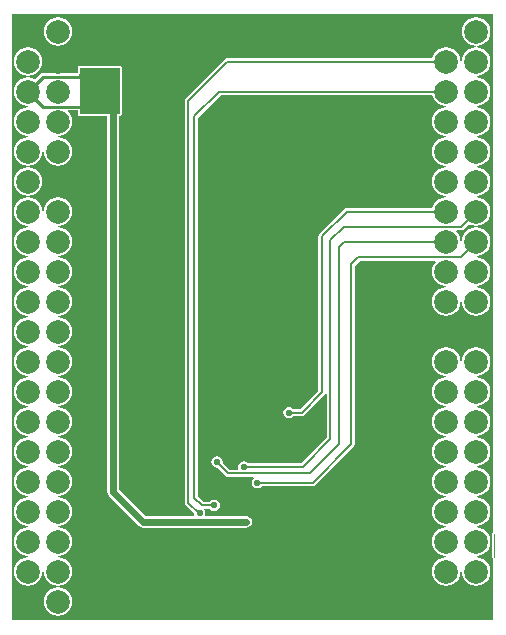
<source format=gtl>
%FSLAX25Y25*%
%MOIN*%
G70*
G01*
G75*
G04 Layer_Physical_Order=1*
G04 Layer_Color=255*
%ADD10C,0.02362*%
%ADD11C,0.01000*%
%ADD12C,0.00787*%
%ADD13C,0.00039*%
%ADD14C,0.07874*%
%ADD15C,0.02165*%
G36*
X160900Y30055D02*
X160740Y29815D01*
X160677Y29500D01*
Y22000D01*
X160740Y21685D01*
X160900Y21445D01*
Y900D01*
X700D01*
Y202700D01*
X160900D01*
Y30055D01*
D02*
G37*
%LPC*%
G36*
X155400Y91765D02*
X154167Y91603D01*
X153017Y91127D01*
X152031Y90369D01*
X151273Y89383D01*
X150797Y88233D01*
X150650Y87115D01*
X150650D01*
X150250D01*
X150137Y87214D01*
X150003Y88233D01*
X149527Y89383D01*
X148769Y90369D01*
X147783Y91127D01*
X146633Y91603D01*
X145400Y91765D01*
X144167Y91603D01*
X143017Y91127D01*
X142031Y90369D01*
X141273Y89383D01*
X140797Y88233D01*
X140635Y87000D01*
X140797Y85767D01*
X141273Y84617D01*
X142031Y83631D01*
X143017Y82873D01*
X144167Y82397D01*
X145150Y82268D01*
X145150D01*
X145285Y82250D01*
Y81750D01*
X144167Y81603D01*
X143017Y81127D01*
X142031Y80370D01*
X141273Y79383D01*
X140797Y78233D01*
X140635Y77000D01*
X140797Y75767D01*
X141273Y74617D01*
X142031Y73630D01*
X143017Y72873D01*
X144167Y72397D01*
X145150Y72268D01*
X145150D01*
X145285Y72250D01*
Y71750D01*
X144167Y71603D01*
X143017Y71127D01*
X142031Y70369D01*
X141273Y69383D01*
X140797Y68233D01*
X140635Y67000D01*
X140797Y65767D01*
X141273Y64617D01*
X142031Y63630D01*
X143017Y62873D01*
X144167Y62397D01*
X145150Y62268D01*
X145150D01*
X145285Y62250D01*
Y61750D01*
X144167Y61603D01*
X143017Y61127D01*
X142031Y60369D01*
X141273Y59383D01*
X140797Y58233D01*
X140635Y57000D01*
X140797Y55767D01*
X141273Y54617D01*
X142031Y53631D01*
X143017Y52873D01*
X144167Y52397D01*
X145150Y52268D01*
X145150D01*
X145285Y52250D01*
Y51750D01*
X144167Y51603D01*
X143017Y51127D01*
X142031Y50370D01*
X141273Y49383D01*
X140797Y48233D01*
X140635Y47000D01*
X140797Y45767D01*
X141273Y44617D01*
X142031Y43630D01*
X143017Y42873D01*
X144167Y42397D01*
X145150Y42268D01*
X145150D01*
X145285Y42250D01*
Y41750D01*
X144167Y41603D01*
X143017Y41127D01*
X142031Y40369D01*
X141273Y39383D01*
X140797Y38233D01*
X140635Y37000D01*
X140797Y35767D01*
X141273Y34617D01*
X142031Y33630D01*
X143017Y32873D01*
X144167Y32397D01*
X145150Y32268D01*
X145150D01*
X145285Y32250D01*
Y31750D01*
X144167Y31603D01*
X143017Y31127D01*
X142031Y30369D01*
X141273Y29383D01*
X140797Y28233D01*
X140635Y27000D01*
X140797Y25767D01*
X141273Y24617D01*
X142031Y23630D01*
X143017Y22873D01*
X144167Y22397D01*
X145150Y22268D01*
X145150D01*
X145285Y22250D01*
Y21750D01*
X144167Y21603D01*
X143017Y21127D01*
X142031Y20369D01*
X141273Y19383D01*
X140797Y18233D01*
X140635Y17000D01*
X140797Y15767D01*
X141273Y14617D01*
X142031Y13631D01*
X143017Y12873D01*
X144167Y12397D01*
X145400Y12235D01*
X146633Y12397D01*
X147783Y12873D01*
X148769Y13631D01*
X149527Y14617D01*
X150003Y15767D01*
X150150Y16885D01*
X150650D01*
X150797Y15767D01*
X151273Y14617D01*
X152031Y13631D01*
X153017Y12873D01*
X154167Y12397D01*
X155400Y12235D01*
X156633Y12397D01*
X157783Y12873D01*
X158770Y13631D01*
X159527Y14617D01*
X160003Y15767D01*
X160165Y17000D01*
X160003Y18233D01*
X159527Y19383D01*
X158770Y20369D01*
X157783Y21127D01*
X156633Y21603D01*
X155515Y21750D01*
Y22250D01*
X155650Y22268D01*
X155650D01*
X156633Y22397D01*
X157783Y22873D01*
X158770Y23630D01*
X159527Y24617D01*
X160003Y25767D01*
X160165Y27000D01*
X160003Y28233D01*
X159527Y29383D01*
X158770Y30369D01*
X157783Y31127D01*
X156633Y31603D01*
X155515Y31750D01*
Y32250D01*
X155650Y32268D01*
X155650D01*
X156633Y32397D01*
X157783Y32873D01*
X158770Y33630D01*
X159527Y34617D01*
X160003Y35767D01*
X160165Y37000D01*
X160003Y38233D01*
X159527Y39383D01*
X158770Y40369D01*
X157783Y41127D01*
X156633Y41603D01*
X155515Y41750D01*
Y42250D01*
X155650Y42268D01*
X155650D01*
X156633Y42397D01*
X157783Y42873D01*
X158770Y43630D01*
X159527Y44617D01*
X160003Y45767D01*
X160165Y47000D01*
X160003Y48233D01*
X159527Y49383D01*
X158770Y50370D01*
X157783Y51127D01*
X156633Y51603D01*
X155515Y51750D01*
Y52250D01*
X155650Y52268D01*
X155650D01*
X156633Y52397D01*
X157783Y52873D01*
X158770Y53631D01*
X159527Y54617D01*
X160003Y55767D01*
X160165Y57000D01*
X160003Y58233D01*
X159527Y59383D01*
X158770Y60369D01*
X157783Y61127D01*
X156633Y61603D01*
X155515Y61750D01*
Y62250D01*
X155650Y62268D01*
X155650D01*
X156633Y62397D01*
X157783Y62873D01*
X158770Y63630D01*
X159527Y64617D01*
X160003Y65767D01*
X160165Y67000D01*
X160003Y68233D01*
X159527Y69383D01*
X158770Y70369D01*
X157783Y71127D01*
X156633Y71603D01*
X155515Y71750D01*
Y72250D01*
X155650Y72268D01*
X155650D01*
X156633Y72397D01*
X157783Y72873D01*
X158770Y73630D01*
X159527Y74617D01*
X160003Y75767D01*
X160165Y77000D01*
X160003Y78233D01*
X159527Y79383D01*
X158770Y80370D01*
X157783Y81127D01*
X156633Y81603D01*
X155515Y81750D01*
Y82250D01*
X155650Y82268D01*
X155650D01*
X156633Y82397D01*
X157783Y82873D01*
X158770Y83631D01*
X159527Y84617D01*
X160003Y85767D01*
X160165Y87000D01*
X160003Y88233D01*
X159527Y89383D01*
X158770Y90369D01*
X157783Y91127D01*
X156633Y91603D01*
X155400Y91765D01*
D02*
G37*
G36*
X6000Y191765D02*
X4767Y191603D01*
X3617Y191127D01*
X2630Y190369D01*
X1873Y189383D01*
X1397Y188233D01*
X1235Y187000D01*
X1397Y185767D01*
X1873Y184617D01*
X2630Y183631D01*
X3617Y182873D01*
X4767Y182397D01*
X6000Y182235D01*
X7233Y182397D01*
X8383Y182873D01*
X9369Y183631D01*
X10127Y184617D01*
X10603Y185767D01*
X10765Y187000D01*
X10603Y188233D01*
X10127Y189383D01*
X9369Y190369D01*
X8383Y191127D01*
X7233Y191603D01*
X6000Y191765D01*
D02*
G37*
G36*
X16000Y201765D02*
X14767Y201603D01*
X13617Y201127D01*
X12630Y200370D01*
X11873Y199383D01*
X11397Y198233D01*
X11235Y197000D01*
X11397Y195767D01*
X11873Y194617D01*
X12630Y193631D01*
X13617Y192873D01*
X14767Y192397D01*
X16000Y192235D01*
X17233Y192397D01*
X18383Y192873D01*
X19369Y193631D01*
X20127Y194617D01*
X20603Y195767D01*
X20765Y197000D01*
X20603Y198233D01*
X20127Y199383D01*
X19369Y200370D01*
X18383Y201127D01*
X17233Y201603D01*
X16000Y201765D01*
D02*
G37*
G36*
X155400D02*
X154167Y201603D01*
X153017Y201127D01*
X152031Y200370D01*
X151273Y199383D01*
X150797Y198233D01*
X150635Y197000D01*
X150797Y195767D01*
X151273Y194617D01*
X152031Y193631D01*
X153017Y192873D01*
X154167Y192397D01*
X155285Y192250D01*
Y191750D01*
X154167Y191603D01*
X153017Y191127D01*
X152031Y190369D01*
X151273Y189383D01*
X150797Y188233D01*
X150650Y187115D01*
X150650D01*
X150250D01*
X150137Y187214D01*
X150003Y188233D01*
X149527Y189383D01*
X148769Y190369D01*
X147783Y191127D01*
X146633Y191603D01*
X145400Y191765D01*
X144167Y191603D01*
X143017Y191127D01*
X142031Y190369D01*
X141273Y189383D01*
X140797Y188233D01*
X140793Y188204D01*
X72400D01*
X72400Y188204D01*
X71939Y188113D01*
X71548Y187852D01*
X71548Y187852D01*
X58548Y174852D01*
X58287Y174461D01*
X58196Y174000D01*
X58196Y174000D01*
Y40000D01*
X58196Y40000D01*
X58287Y39539D01*
X58548Y39149D01*
X61317Y36380D01*
X61394Y35994D01*
X61077Y35607D01*
X45231D01*
X36407Y44431D01*
Y168797D01*
X36600D01*
X36907Y168858D01*
X37168Y169032D01*
X37342Y169293D01*
X37403Y169600D01*
Y184800D01*
X37342Y185107D01*
X37168Y185368D01*
X36907Y185542D01*
X36600Y185603D01*
X23400D01*
X23093Y185542D01*
X22832Y185368D01*
X22658Y185107D01*
X22597Y184800D01*
Y183479D01*
X22552Y183448D01*
X22394Y183213D01*
X10900D01*
X10398Y183113D01*
X10227Y182999D01*
X9972Y182828D01*
X8303Y181160D01*
X7233Y181603D01*
X6000Y181765D01*
X4767Y181603D01*
X3617Y181127D01*
X2630Y180369D01*
X1873Y179383D01*
X1397Y178233D01*
X1235Y177000D01*
X1397Y175767D01*
X1873Y174617D01*
X2630Y173630D01*
X3617Y172873D01*
X4767Y172397D01*
X5750Y172268D01*
X5750D01*
X5885Y172250D01*
Y171750D01*
X4767Y171603D01*
X3617Y171127D01*
X2630Y170370D01*
X1873Y169383D01*
X1397Y168233D01*
X1235Y167000D01*
X1397Y165767D01*
X1873Y164617D01*
X2630Y163630D01*
X3617Y162873D01*
X4767Y162397D01*
X5750Y162268D01*
X5750D01*
X5885Y162250D01*
Y161750D01*
X4767Y161603D01*
X3617Y161127D01*
X2630Y160370D01*
X1873Y159383D01*
X1397Y158233D01*
X1235Y157000D01*
X1397Y155767D01*
X1873Y154617D01*
X2630Y153630D01*
X3617Y152873D01*
X4767Y152397D01*
X5885Y152250D01*
Y151750D01*
X4767Y151603D01*
X3617Y151127D01*
X2630Y150370D01*
X1873Y149383D01*
X1397Y148233D01*
X1235Y147000D01*
X1397Y145767D01*
X1873Y144617D01*
X2630Y143631D01*
X3617Y142873D01*
X4767Y142397D01*
X5885Y142250D01*
Y141750D01*
X4767Y141603D01*
X3617Y141127D01*
X2630Y140369D01*
X1873Y139383D01*
X1397Y138233D01*
X1235Y137000D01*
X1397Y135767D01*
X1873Y134617D01*
X2630Y133631D01*
X3617Y132873D01*
X4767Y132397D01*
X5750Y132268D01*
X5750D01*
X5885Y132250D01*
Y131750D01*
X4767Y131603D01*
X3617Y131127D01*
X2630Y130369D01*
X1873Y129383D01*
X1397Y128233D01*
X1235Y127000D01*
X1397Y125767D01*
X1873Y124617D01*
X2630Y123630D01*
X3617Y122873D01*
X4767Y122397D01*
X5750Y122268D01*
X5750D01*
X5885Y122250D01*
Y121750D01*
X4767Y121603D01*
X3617Y121127D01*
X2630Y120370D01*
X1873Y119383D01*
X1397Y118233D01*
X1235Y117000D01*
X1397Y115767D01*
X1873Y114617D01*
X2630Y113630D01*
X3617Y112873D01*
X4767Y112397D01*
X5750Y112268D01*
X5750D01*
X5885Y112250D01*
Y111750D01*
X4767Y111603D01*
X3617Y111127D01*
X2630Y110370D01*
X1873Y109383D01*
X1397Y108233D01*
X1235Y107000D01*
X1397Y105767D01*
X1873Y104617D01*
X2630Y103630D01*
X3617Y102873D01*
X4767Y102397D01*
X5750Y102268D01*
X5750D01*
X5885Y102250D01*
Y101750D01*
X4767Y101603D01*
X3617Y101127D01*
X2630Y100370D01*
X1873Y99383D01*
X1397Y98233D01*
X1235Y97000D01*
X1397Y95767D01*
X1873Y94617D01*
X2630Y93630D01*
X3617Y92873D01*
X4767Y92397D01*
X5750Y92268D01*
X5750D01*
X5885Y92250D01*
Y91750D01*
X4767Y91603D01*
X3617Y91127D01*
X2630Y90369D01*
X1873Y89383D01*
X1397Y88233D01*
X1235Y87000D01*
X1397Y85767D01*
X1873Y84617D01*
X2630Y83631D01*
X3617Y82873D01*
X4767Y82397D01*
X5750Y82268D01*
X5750D01*
X5885Y82250D01*
Y81750D01*
X4767Y81603D01*
X3617Y81127D01*
X2630Y80370D01*
X1873Y79383D01*
X1397Y78233D01*
X1235Y77000D01*
X1397Y75767D01*
X1873Y74617D01*
X2630Y73630D01*
X3617Y72873D01*
X4767Y72397D01*
X5750Y72268D01*
X5750D01*
X5885Y72250D01*
Y71750D01*
X4767Y71603D01*
X3617Y71127D01*
X2630Y70369D01*
X1873Y69383D01*
X1397Y68233D01*
X1235Y67000D01*
X1397Y65767D01*
X1873Y64617D01*
X2630Y63630D01*
X3617Y62873D01*
X4767Y62397D01*
X5750Y62268D01*
X5750D01*
X5885Y62250D01*
Y61750D01*
X4767Y61603D01*
X3617Y61127D01*
X2630Y60369D01*
X1873Y59383D01*
X1397Y58233D01*
X1235Y57000D01*
X1397Y55767D01*
X1873Y54617D01*
X2630Y53631D01*
X3617Y52873D01*
X4767Y52397D01*
X5750Y52268D01*
X5750D01*
X5885Y52250D01*
Y51750D01*
X4767Y51603D01*
X3617Y51127D01*
X2630Y50370D01*
X1873Y49383D01*
X1397Y48233D01*
X1235Y47000D01*
X1397Y45767D01*
X1873Y44617D01*
X2630Y43630D01*
X3617Y42873D01*
X4767Y42397D01*
X5750Y42268D01*
X5750D01*
X5885Y42250D01*
Y41750D01*
X4767Y41603D01*
X3617Y41127D01*
X2630Y40369D01*
X1873Y39383D01*
X1397Y38233D01*
X1235Y37000D01*
X1397Y35767D01*
X1873Y34617D01*
X2630Y33630D01*
X3617Y32873D01*
X4767Y32397D01*
X5750Y32268D01*
X5750D01*
X5885Y32250D01*
Y31750D01*
X4767Y31603D01*
X3617Y31127D01*
X2630Y30369D01*
X1873Y29383D01*
X1397Y28233D01*
X1235Y27000D01*
X1397Y25767D01*
X1873Y24617D01*
X2630Y23630D01*
X3617Y22873D01*
X4767Y22397D01*
X5750Y22268D01*
X5750D01*
X5885Y22250D01*
Y21750D01*
X4767Y21603D01*
X3617Y21127D01*
X2630Y20369D01*
X1873Y19383D01*
X1397Y18233D01*
X1235Y17000D01*
X1397Y15767D01*
X1873Y14617D01*
X2630Y13631D01*
X3617Y12873D01*
X4767Y12397D01*
X6000Y12235D01*
X7233Y12397D01*
X8383Y12873D01*
X9369Y13631D01*
X10127Y14617D01*
X10603Y15767D01*
X10750Y16885D01*
X11250D01*
X11397Y15767D01*
X11873Y14617D01*
X12630Y13631D01*
X13617Y12873D01*
X14767Y12397D01*
X15885Y12250D01*
Y11750D01*
X14767Y11603D01*
X13617Y11127D01*
X12630Y10369D01*
X11873Y9383D01*
X11397Y8233D01*
X11235Y7000D01*
X11397Y5767D01*
X11873Y4617D01*
X12630Y3630D01*
X13617Y2873D01*
X14767Y2397D01*
X16000Y2235D01*
X17233Y2397D01*
X18383Y2873D01*
X19369Y3630D01*
X20127Y4617D01*
X20603Y5767D01*
X20765Y7000D01*
X20603Y8233D01*
X20127Y9383D01*
X19369Y10369D01*
X18383Y11127D01*
X17233Y11603D01*
X16115Y11750D01*
Y12250D01*
X17233Y12397D01*
X18383Y12873D01*
X19369Y13631D01*
X20127Y14617D01*
X20603Y15767D01*
X20765Y17000D01*
X20603Y18233D01*
X20127Y19383D01*
X19369Y20369D01*
X18383Y21127D01*
X17233Y21603D01*
X16115Y21750D01*
Y22250D01*
X16250Y22268D01*
X16250D01*
X17233Y22397D01*
X18383Y22873D01*
X19369Y23630D01*
X20127Y24617D01*
X20603Y25767D01*
X20765Y27000D01*
X20603Y28233D01*
X20127Y29383D01*
X19369Y30369D01*
X18383Y31127D01*
X17233Y31603D01*
X16115Y31750D01*
Y32250D01*
X16250Y32268D01*
X16250D01*
X17233Y32397D01*
X18383Y32873D01*
X19369Y33630D01*
X20127Y34617D01*
X20603Y35767D01*
X20765Y37000D01*
X20603Y38233D01*
X20127Y39383D01*
X19369Y40369D01*
X18383Y41127D01*
X17233Y41603D01*
X16115Y41750D01*
Y42250D01*
X16250Y42268D01*
X16250D01*
X17233Y42397D01*
X18383Y42873D01*
X19369Y43630D01*
X20127Y44617D01*
X20603Y45767D01*
X20765Y47000D01*
X20603Y48233D01*
X20127Y49383D01*
X19369Y50370D01*
X18383Y51127D01*
X17233Y51603D01*
X16115Y51750D01*
Y52250D01*
X16250Y52268D01*
X16250D01*
X17233Y52397D01*
X18383Y52873D01*
X19369Y53631D01*
X20127Y54617D01*
X20603Y55767D01*
X20765Y57000D01*
X20603Y58233D01*
X20127Y59383D01*
X19369Y60369D01*
X18383Y61127D01*
X17233Y61603D01*
X16115Y61750D01*
Y62250D01*
X16250Y62268D01*
X16250D01*
X17233Y62397D01*
X18383Y62873D01*
X19369Y63630D01*
X20127Y64617D01*
X20603Y65767D01*
X20765Y67000D01*
X20603Y68233D01*
X20127Y69383D01*
X19369Y70369D01*
X18383Y71127D01*
X17233Y71603D01*
X16115Y71750D01*
Y72250D01*
X16250Y72268D01*
X16250D01*
X17233Y72397D01*
X18383Y72873D01*
X19369Y73630D01*
X20127Y74617D01*
X20603Y75767D01*
X20765Y77000D01*
X20603Y78233D01*
X20127Y79383D01*
X19369Y80370D01*
X18383Y81127D01*
X17233Y81603D01*
X16115Y81750D01*
Y82250D01*
X16250Y82268D01*
X16250D01*
X17233Y82397D01*
X18383Y82873D01*
X19369Y83631D01*
X20127Y84617D01*
X20603Y85767D01*
X20765Y87000D01*
X20603Y88233D01*
X20127Y89383D01*
X19369Y90369D01*
X18383Y91127D01*
X17233Y91603D01*
X16115Y91750D01*
Y92250D01*
X16250Y92268D01*
X16250D01*
X17233Y92397D01*
X18383Y92873D01*
X19369Y93630D01*
X20127Y94617D01*
X20603Y95767D01*
X20765Y97000D01*
X20603Y98233D01*
X20127Y99383D01*
X19369Y100370D01*
X18383Y101127D01*
X17233Y101603D01*
X16115Y101750D01*
Y102250D01*
X16250Y102268D01*
X16250D01*
X17233Y102397D01*
X18383Y102873D01*
X19369Y103630D01*
X20127Y104617D01*
X20603Y105767D01*
X20765Y107000D01*
X20603Y108233D01*
X20127Y109383D01*
X19369Y110370D01*
X18383Y111127D01*
X17233Y111603D01*
X16115Y111750D01*
Y112250D01*
X16250Y112268D01*
X16250D01*
X17233Y112397D01*
X18383Y112873D01*
X19369Y113630D01*
X20127Y114617D01*
X20603Y115767D01*
X20765Y117000D01*
X20603Y118233D01*
X20127Y119383D01*
X19369Y120370D01*
X18383Y121127D01*
X17233Y121603D01*
X16115Y121750D01*
Y122250D01*
X16250Y122268D01*
X16250D01*
X17233Y122397D01*
X18383Y122873D01*
X19369Y123630D01*
X20127Y124617D01*
X20603Y125767D01*
X20765Y127000D01*
X20603Y128233D01*
X20127Y129383D01*
X19369Y130369D01*
X18383Y131127D01*
X17233Y131603D01*
X16115Y131750D01*
Y132250D01*
X16250Y132268D01*
X16250D01*
X17233Y132397D01*
X18383Y132873D01*
X19369Y133631D01*
X20127Y134617D01*
X20603Y135767D01*
X20765Y137000D01*
X20603Y138233D01*
X20127Y139383D01*
X19369Y140369D01*
X18383Y141127D01*
X17233Y141603D01*
X16000Y141765D01*
X14767Y141603D01*
X13617Y141127D01*
X12630Y140369D01*
X11873Y139383D01*
X11397Y138233D01*
X11250Y137115D01*
X11250D01*
X10850D01*
X10737Y137214D01*
X10603Y138233D01*
X10127Y139383D01*
X9369Y140369D01*
X8383Y141127D01*
X7233Y141603D01*
X6115Y141750D01*
Y142250D01*
X7233Y142397D01*
X8383Y142873D01*
X9369Y143631D01*
X10127Y144617D01*
X10603Y145767D01*
X10765Y147000D01*
X10603Y148233D01*
X10127Y149383D01*
X9369Y150370D01*
X8383Y151127D01*
X7233Y151603D01*
X6115Y151750D01*
Y152250D01*
X7233Y152397D01*
X8383Y152873D01*
X9369Y153630D01*
X10127Y154617D01*
X10603Y155767D01*
X10750Y156885D01*
X11250D01*
X11397Y155767D01*
X11873Y154617D01*
X12630Y153630D01*
X13617Y152873D01*
X14767Y152397D01*
X16000Y152235D01*
X17233Y152397D01*
X18383Y152873D01*
X19369Y153630D01*
X20127Y154617D01*
X20603Y155767D01*
X20765Y157000D01*
X20603Y158233D01*
X20127Y159383D01*
X19369Y160370D01*
X18383Y161127D01*
X17233Y161603D01*
X16115Y161750D01*
Y162250D01*
X16250Y162268D01*
X16250D01*
X17233Y162397D01*
X18383Y162873D01*
X19369Y163630D01*
X20127Y164617D01*
X20603Y165767D01*
X20765Y167000D01*
X20603Y168233D01*
X20127Y169383D01*
X19369Y170370D01*
X19477Y170687D01*
X22597D01*
Y169600D01*
X22658Y169293D01*
X22832Y169032D01*
X23093Y168858D01*
X23400Y168797D01*
X32393D01*
Y43600D01*
X32393Y43600D01*
X32393D01*
X32546Y42832D01*
X32981Y42181D01*
X42981Y32181D01*
X43632Y31746D01*
X44400Y31593D01*
X78700D01*
X79468Y31746D01*
X80119Y32181D01*
X80554Y32832D01*
X80707Y33600D01*
X80554Y34368D01*
X80119Y35019D01*
X79468Y35454D01*
X78700Y35607D01*
X65323D01*
X65006Y35994D01*
X65107Y36500D01*
X64962Y37230D01*
X64548Y37848D01*
X64563Y37896D01*
X66655D01*
X66752Y37752D01*
X67370Y37338D01*
X68100Y37193D01*
X68830Y37338D01*
X69448Y37752D01*
X69862Y38370D01*
X70007Y39100D01*
X69862Y39830D01*
X69448Y40448D01*
X68830Y40862D01*
X68100Y41007D01*
X67370Y40862D01*
X66752Y40448D01*
X66655Y40304D01*
X64499D01*
X62704Y42099D01*
Y168201D01*
X70299Y175796D01*
X140793D01*
X140797Y175767D01*
X141273Y174617D01*
X142031Y173630D01*
X143017Y172873D01*
X144167Y172397D01*
X145150Y172268D01*
X145150D01*
X145285Y172250D01*
Y171750D01*
X144167Y171603D01*
X143017Y171127D01*
X142031Y170370D01*
X141273Y169383D01*
X140797Y168233D01*
X140635Y167000D01*
X140797Y165767D01*
X141273Y164617D01*
X142031Y163630D01*
X143017Y162873D01*
X144167Y162397D01*
X145150Y162268D01*
X145150D01*
X145285Y162250D01*
Y161750D01*
X144167Y161603D01*
X143017Y161127D01*
X142031Y160370D01*
X141273Y159383D01*
X140797Y158233D01*
X140635Y157000D01*
X140797Y155767D01*
X141273Y154617D01*
X142031Y153630D01*
X143017Y152873D01*
X144167Y152397D01*
X145150Y152268D01*
X145150D01*
X145285Y152250D01*
Y151750D01*
X144167Y151603D01*
X143017Y151127D01*
X142031Y150370D01*
X141273Y149383D01*
X140797Y148233D01*
X140635Y147000D01*
X140797Y145767D01*
X141273Y144617D01*
X142031Y143631D01*
X143017Y142873D01*
X144167Y142397D01*
X145150Y142268D01*
X145150D01*
X145285Y142250D01*
Y141750D01*
X144167Y141603D01*
X143017Y141127D01*
X142031Y140369D01*
X141273Y139383D01*
X140797Y138233D01*
X140793Y138204D01*
X112200D01*
X111739Y138113D01*
X111348Y137852D01*
X103148Y129651D01*
X102887Y129261D01*
X102796Y128800D01*
X102796Y128800D01*
Y77299D01*
X96701Y71204D01*
X94445D01*
X94348Y71348D01*
X93730Y71762D01*
X93000Y71907D01*
X92270Y71762D01*
X91652Y71348D01*
X91238Y70730D01*
X91093Y70000D01*
X91238Y69270D01*
X91652Y68652D01*
X92270Y68238D01*
X93000Y68093D01*
X93730Y68238D01*
X94348Y68652D01*
X94445Y68796D01*
X97200D01*
X97200Y68796D01*
X97661Y68887D01*
X98052Y69148D01*
X104851Y75949D01*
X104851Y75949D01*
X105113Y76339D01*
X105596Y76243D01*
Y61599D01*
X97101Y53104D01*
X79344D01*
X79248Y53248D01*
X78630Y53662D01*
X77900Y53807D01*
X77170Y53662D01*
X76552Y53248D01*
X76138Y52630D01*
X75993Y51900D01*
X76114Y51291D01*
X75797Y50904D01*
X73299D01*
X70873Y53330D01*
X70907Y53500D01*
X70762Y54230D01*
X70348Y54848D01*
X69730Y55262D01*
X69000Y55407D01*
X68270Y55262D01*
X67652Y54848D01*
X67238Y54230D01*
X67093Y53500D01*
X67238Y52770D01*
X67652Y52152D01*
X68270Y51738D01*
X69000Y51593D01*
X69170Y51627D01*
X71948Y48849D01*
Y48849D01*
D01*
Y48849D01*
X71948Y48849D01*
D01*
D01*
X71948D01*
X71948Y48849D01*
Y48849D01*
Y48849D01*
D01*
D01*
X71948D01*
Y48849D01*
X72339Y48587D01*
X72800Y48496D01*
X81110D01*
X81255Y48017D01*
X81152Y47948D01*
X80738Y47330D01*
X80593Y46600D01*
X80738Y45870D01*
X81152Y45252D01*
X81770Y44838D01*
X82500Y44693D01*
X83230Y44838D01*
X83848Y45252D01*
X83944Y45396D01*
X100900D01*
X100900Y45396D01*
X101361Y45487D01*
X101751Y45748D01*
X114551Y58548D01*
X114551Y58548D01*
X114708Y58783D01*
X114813Y58939D01*
X114904Y59400D01*
X114904Y59400D01*
X114904Y59400D01*
Y59400D01*
Y118901D01*
X116599Y120596D01*
X141639D01*
X141860Y120147D01*
X141273Y119383D01*
X140797Y118233D01*
X140635Y117000D01*
X140797Y115767D01*
X141273Y114617D01*
X142031Y113630D01*
X143017Y112873D01*
X144167Y112397D01*
X145150Y112268D01*
X145150D01*
X145285Y112250D01*
Y111750D01*
X144167Y111603D01*
X143017Y111127D01*
X142031Y110370D01*
X141273Y109383D01*
X140797Y108233D01*
X140635Y107000D01*
X140797Y105767D01*
X141273Y104617D01*
X142031Y103630D01*
X143017Y102873D01*
X144167Y102397D01*
X145400Y102235D01*
X146633Y102397D01*
X147783Y102873D01*
X148769Y103630D01*
X149527Y104617D01*
X150003Y105767D01*
X150150Y106885D01*
X150650D01*
X150797Y105767D01*
X151273Y104617D01*
X152031Y103630D01*
X153017Y102873D01*
X154167Y102397D01*
X155400Y102235D01*
X156633Y102397D01*
X157783Y102873D01*
X158770Y103630D01*
X159527Y104617D01*
X160003Y105767D01*
X160165Y107000D01*
X160003Y108233D01*
X159527Y109383D01*
X158770Y110370D01*
X157783Y111127D01*
X156633Y111603D01*
X155515Y111750D01*
Y112250D01*
X155650Y112268D01*
X155650D01*
X156633Y112397D01*
X157783Y112873D01*
X158770Y113630D01*
X159527Y114617D01*
X160003Y115767D01*
X160165Y117000D01*
X160003Y118233D01*
X159527Y119383D01*
X158770Y120370D01*
X157783Y121127D01*
X156633Y121603D01*
X155515Y121750D01*
Y122250D01*
X155650Y122268D01*
X155650D01*
X156633Y122397D01*
X157783Y122873D01*
X158770Y123630D01*
X159527Y124617D01*
X160003Y125767D01*
X160165Y127000D01*
X160003Y128233D01*
X159527Y129383D01*
X158770Y130369D01*
X157783Y131127D01*
X156633Y131603D01*
X155400Y131765D01*
X154167Y131603D01*
X153017Y131127D01*
X152031Y130369D01*
X151273Y129383D01*
X150797Y128233D01*
X150650Y127115D01*
X150650D01*
X150250D01*
X150137Y127214D01*
X150003Y128233D01*
X149527Y129383D01*
X148769Y130369D01*
X148914Y130796D01*
X150400D01*
X150400Y130796D01*
X150861Y130887D01*
X151251Y131149D01*
X152994Y132891D01*
X153017Y132873D01*
X154167Y132397D01*
X155400Y132235D01*
X156633Y132397D01*
X157783Y132873D01*
X158770Y133631D01*
X159527Y134617D01*
X160003Y135767D01*
X160165Y137000D01*
X160003Y138233D01*
X159527Y139383D01*
X158770Y140369D01*
X157783Y141127D01*
X156633Y141603D01*
X155515Y141750D01*
Y142250D01*
X155650Y142268D01*
X155650D01*
X156633Y142397D01*
X157783Y142873D01*
X158770Y143631D01*
X159527Y144617D01*
X160003Y145767D01*
X160165Y147000D01*
X160003Y148233D01*
X159527Y149383D01*
X158770Y150370D01*
X157783Y151127D01*
X156633Y151603D01*
X155515Y151750D01*
Y152250D01*
X155650Y152268D01*
X155650D01*
X156633Y152397D01*
X157783Y152873D01*
X158770Y153630D01*
X159527Y154617D01*
X160003Y155767D01*
X160165Y157000D01*
X160003Y158233D01*
X159527Y159383D01*
X158770Y160370D01*
X157783Y161127D01*
X156633Y161603D01*
X155515Y161750D01*
Y162250D01*
X155650Y162268D01*
X155650D01*
X156633Y162397D01*
X157783Y162873D01*
X158770Y163630D01*
X159527Y164617D01*
X160003Y165767D01*
X160165Y167000D01*
X160003Y168233D01*
X159527Y169383D01*
X158770Y170370D01*
X157783Y171127D01*
X156633Y171603D01*
X155515Y171750D01*
Y172250D01*
X155650Y172268D01*
X155650D01*
X156633Y172397D01*
X157783Y172873D01*
X158770Y173630D01*
X159527Y174617D01*
X160003Y175767D01*
X160165Y177000D01*
X160003Y178233D01*
X159527Y179383D01*
X158770Y180369D01*
X157783Y181127D01*
X156633Y181603D01*
X155515Y181750D01*
Y182250D01*
X155650Y182268D01*
X155650D01*
X156633Y182397D01*
X157783Y182873D01*
X158770Y183631D01*
X159527Y184617D01*
X160003Y185767D01*
X160165Y187000D01*
X160003Y188233D01*
X159527Y189383D01*
X158770Y190369D01*
X157783Y191127D01*
X156633Y191603D01*
X155515Y191750D01*
Y192250D01*
X156633Y192397D01*
X157783Y192873D01*
X158770Y193631D01*
X159527Y194617D01*
X160003Y195767D01*
X160165Y197000D01*
X160003Y198233D01*
X159527Y199383D01*
X158770Y200370D01*
X157783Y201127D01*
X156633Y201603D01*
X155400Y201765D01*
D02*
G37*
%LPD*%
G36*
X36600Y169600D02*
X23400D01*
Y184800D01*
X36600D01*
Y169600D01*
D02*
G37*
D10*
X29500Y172100D02*
X34500D01*
X34400Y43600D02*
Y172000D01*
X34500Y171700D02*
Y172100D01*
X44400Y33600D02*
X78700D01*
X34400Y43600D02*
X44400Y33600D01*
D11*
X10900Y181900D02*
X29200D01*
X11000Y172000D02*
X29400D01*
X6000Y177000D02*
X11000Y172000D01*
X6000Y177000D02*
X10900Y181900D01*
D12*
X59400Y40000D02*
X63300Y36100D01*
X59400Y40000D02*
Y174000D01*
X72400Y187000D01*
X145400D01*
X69800Y177000D02*
X145400D01*
X61500Y168700D02*
X69800Y177000D01*
X61500Y41600D02*
Y168700D01*
Y41600D02*
X64000Y39100D01*
X68100D01*
X112200Y137000D02*
X145400D01*
X104000Y128800D02*
X112200Y137000D01*
X104000Y76800D02*
Y128800D01*
X97200Y70000D02*
X104000Y76800D01*
X93000Y70000D02*
X97200D01*
X116100Y121800D02*
X150200D01*
X113700Y119400D02*
X116100Y121800D01*
X113700Y59400D02*
Y119400D01*
X82500Y46600D02*
X100900D01*
X113700Y59400D01*
X150200Y121800D02*
X155400Y127000D01*
X69000Y53500D02*
X72800Y49700D01*
X100000D01*
X109800Y59500D01*
Y125300D01*
X111500Y127000D01*
X145400D01*
X150400Y132000D02*
X155400Y137000D01*
X111200Y132000D02*
X150400D01*
X106800Y127600D02*
X111200Y132000D01*
X106800Y61100D02*
Y127600D01*
X97600Y51900D02*
X106800Y61100D01*
X77900Y51900D02*
X97600D01*
D13*
X161500Y22000D02*
Y29500D01*
D14*
X145400Y197000D02*
D03*
Y187000D02*
D03*
Y177000D02*
D03*
Y167000D02*
D03*
Y157000D02*
D03*
Y147000D02*
D03*
Y137000D02*
D03*
Y127000D02*
D03*
Y117000D02*
D03*
Y107000D02*
D03*
Y97000D02*
D03*
Y87000D02*
D03*
Y77000D02*
D03*
Y67000D02*
D03*
Y57000D02*
D03*
Y47000D02*
D03*
Y37000D02*
D03*
Y27000D02*
D03*
Y17000D02*
D03*
Y7000D02*
D03*
X155400D02*
D03*
Y17000D02*
D03*
Y27000D02*
D03*
Y37000D02*
D03*
Y47000D02*
D03*
Y57000D02*
D03*
Y67000D02*
D03*
Y77000D02*
D03*
Y87000D02*
D03*
Y97000D02*
D03*
Y107000D02*
D03*
Y117000D02*
D03*
Y127000D02*
D03*
Y137000D02*
D03*
Y147000D02*
D03*
Y157000D02*
D03*
Y167000D02*
D03*
Y177000D02*
D03*
Y187000D02*
D03*
Y197000D02*
D03*
X6000D02*
D03*
Y187000D02*
D03*
Y177000D02*
D03*
Y167000D02*
D03*
Y157000D02*
D03*
Y147000D02*
D03*
Y137000D02*
D03*
Y127000D02*
D03*
Y117000D02*
D03*
Y107000D02*
D03*
Y97000D02*
D03*
Y87000D02*
D03*
Y77000D02*
D03*
Y67000D02*
D03*
Y57000D02*
D03*
Y47000D02*
D03*
Y37000D02*
D03*
Y27000D02*
D03*
Y17000D02*
D03*
Y7000D02*
D03*
X16000D02*
D03*
Y17000D02*
D03*
Y27000D02*
D03*
Y37000D02*
D03*
Y47000D02*
D03*
Y57000D02*
D03*
Y67000D02*
D03*
Y77000D02*
D03*
Y87000D02*
D03*
Y97000D02*
D03*
Y107000D02*
D03*
Y117000D02*
D03*
Y127000D02*
D03*
Y137000D02*
D03*
Y147000D02*
D03*
Y157000D02*
D03*
Y167000D02*
D03*
Y177000D02*
D03*
Y187000D02*
D03*
Y197000D02*
D03*
D15*
X34500Y171700D02*
D03*
X23900Y182100D02*
D03*
X26400D02*
D03*
X24300Y172100D02*
D03*
X26900Y172200D02*
D03*
X29500Y172100D02*
D03*
X29000Y182100D02*
D03*
X78700Y33600D02*
D03*
X63200Y36500D02*
D03*
X68100Y39100D02*
D03*
X93000Y70000D02*
D03*
X77900Y51900D02*
D03*
X69000Y53500D02*
D03*
X82500Y46600D02*
D03*
M02*

</source>
